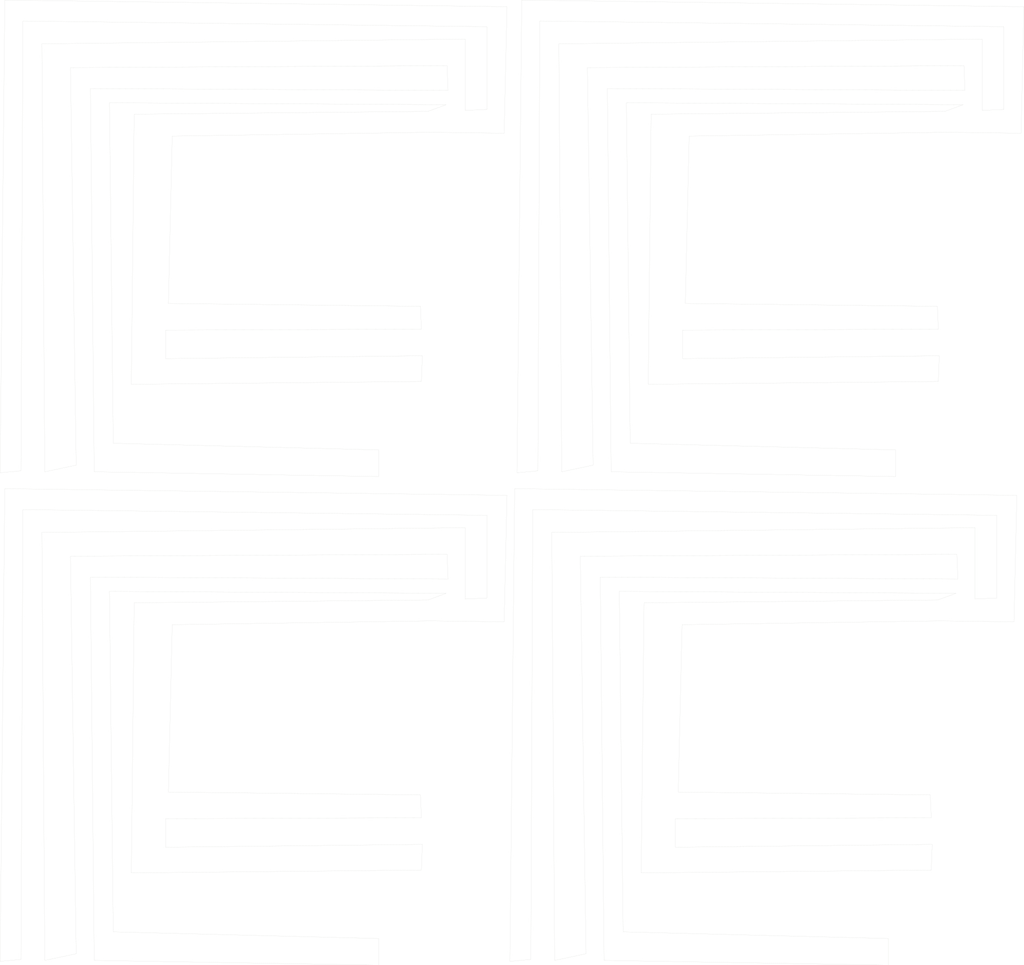
<source format=kicad_pcb>
(kicad_pcb (version 20221018) (generator pcbnew)

  (general
    (thickness 1.6)
  )

  (paper "A4")
  (layers
    (0 "F.Cu" signal)
    (31 "B.Cu" signal)
    (32 "B.Adhes" user "B.Adhesive")
    (33 "F.Adhes" user "F.Adhesive")
    (34 "B.Paste" user)
    (35 "F.Paste" user)
    (36 "B.SilkS" user "B.Silkscreen")
    (37 "F.SilkS" user "F.Silkscreen")
    (38 "B.Mask" user)
    (39 "F.Mask" user)
    (40 "Dwgs.User" user "User.Drawings")
    (41 "Cmts.User" user "User.Comments")
    (42 "Eco1.User" user "User.Eco1")
    (43 "Eco2.User" user "User.Eco2")
    (44 "Edge.Cuts" user)
    (45 "Margin" user)
    (46 "B.CrtYd" user "B.Courtyard")
    (47 "F.CrtYd" user "F.Courtyard")
    (48 "B.Fab" user)
    (49 "F.Fab" user)
    (50 "User.1" user)
    (51 "User.2" user)
    (52 "User.3" user)
    (53 "User.4" user)
    (54 "User.5" user)
    (55 "User.6" user)
    (56 "User.7" user)
    (57 "User.8" user)
    (58 "User.9" user)
  )

  (setup
    (stackup
      (layer "F.SilkS" (type "Top Silk Screen"))
      (layer "F.Paste" (type "Top Solder Paste"))
      (layer "F.Mask" (type "Top Solder Mask") (thickness 0.01))
      (layer "F.Cu" (type "copper") (thickness 0.035))
      (layer "dielectric 1" (type "core") (thickness 1.51) (material "FR4") (epsilon_r 4.5) (loss_tangent 0.02))
      (layer "B.Cu" (type "copper") (thickness 0.035))
      (layer "B.Mask" (type "Bottom Solder Mask") (thickness 0.01))
      (layer "B.Paste" (type "Bottom Solder Paste"))
      (layer "B.SilkS" (type "Bottom Silk Screen"))
      (layer "F.SilkS" (type "Top Silk Screen"))
      (layer "F.Paste" (type "Top Solder Paste"))
      (layer "F.Mask" (type "Top Solder Mask") (thickness 0.01))
      (layer "F.Cu" (type "copper") (thickness 0.035))
      (layer "dielectric 1" (type "core") (thickness 1.51) (material "FR4") (epsilon_r 4.5) (loss_tangent 0.02))
      (layer "B.Cu" (type "copper") (thickness 0.035))
      (layer "B.Mask" (type "Bottom Solder Mask") (thickness 0.01))
      (layer "B.Paste" (type "Bottom Solder Paste"))
      (layer "B.SilkS" (type "Bottom Silk Screen"))
      (layer "F.SilkS" (type "Top Silk Screen"))
      (layer "F.Paste" (type "Top Solder Paste"))
      (layer "F.Mask" (type "Top Solder Mask") (thickness 0.01))
      (layer "F.Cu" (type "copper") (thickness 0.035))
      (layer "dielectric 1" (type "core") (thickness 1.51) (material "FR4") (epsilon_r 4.5) (loss_tangent 0.02))
      (layer "B.Cu" (type "copper") (thickness 0.035))
      (layer "B.Mask" (type "Bottom Solder Mask") (thickness 0.01))
      (layer "B.Paste" (type "Bottom Solder Paste"))
      (layer "B.SilkS" (type "Bottom Silk Screen"))
      (layer "F.SilkS" (type "Top Silk Screen"))
      (layer "F.Paste" (type "Top Solder Paste"))
      (layer "F.Mask" (type "Top Solder Mask") (thickness 0.01))
      (layer "F.Cu" (type "copper") (thickness 0.035))
      (layer "dielectric 1" (type "core") (thickness 1.51) (material "FR4") (epsilon_r 4.5) (loss_tangent 0.02))
      (layer "B.Cu" (type "copper") (thickness 0.035))
      (layer "B.Mask" (type "Bottom Solder Mask") (thickness 0.01))
      (layer "B.Paste" (type "Bottom Solder Paste"))
      (layer "B.SilkS" (type "Bottom Silk Screen"))
      (copper_finish "None")
      (dielectric_constraints no)
    )
    (pad_to_mask_clearance 0)
    (pcbplotparams
      (layerselection 0x00010fc_ffffffff)
      (plot_on_all_layers_selection 0x0000000_00000000)
      (disableapertmacros false)
      (usegerberextensions false)
      (usegerberattributes true)
      (usegerberadvancedattributes true)
      (creategerberjobfile true)
      (dashed_line_dash_ratio 12.000000)
      (dashed_line_gap_ratio 3.000000)
      (svgprecision 4)
      (plotframeref false)
      (viasonmask false)
      (mode 1)
      (useauxorigin false)
      (hpglpennumber 1)
      (hpglpenspeed 20)
      (hpglpendiameter 15.000000)
      (dxfpolygonmode true)
      (dxfimperialunits true)
      (dxfusepcbnewfont true)
      (psnegative false)
      (psa4output false)
      (plotreference true)
      (plotvalue true)
      (plotinvisibletext false)
      (sketchpadsonfab false)
      (subtractmaskfromsilk false)
      (outputformat 1)
      (mirror false)
      (drillshape 1)
      (scaleselection 1)
      (outputdirectory "")
    )
  )

  (net 0 "")

  (gr_line (start 227.589937 309.39989) (end 329.999937 308.38989)
    (stroke (width 0.05) (type default)) (layer "Edge.Cuts") (tstamp 01057b9c-9ef5-4dff-9a6a-bcd8ebf42bfd))
  (gr_line (start 150.329937 126.82989) (end 59.679937 127.82989)
    (stroke (width 0.05) (type default)) (layer "Edge.Cuts") (tstamp 013f0a89-5952-4b02-baf3-8b2e983d1ecf))
  (gr_line (start 181.249937 340.62989) (end 188.639937 339.94989)
    (stroke (width 0.05) (type default)) (layer "Edge.Cuts") (tstamp 027fec43-d228-42f4-b7e8-6ab938d3410e))
  (gr_line (start 332.499937 135.88989) (end 332.829937 126.82989)
    (stroke (width 0.05) (type default)) (layer "Edge.Cuts") (tstamp 0346f5c7-f6ee-4595-8fac-b31e4edcef77))
  (gr_line (start 152.349937 213.03989) (end 48.599937 214.03989)
    (stroke (width 0.05) (type default)) (layer "Edge.Cuts") (tstamp 0acefcaf-948c-4d32-a4d9-1dffba57a33e))
  (gr_line (start 199.539937 167.78989) (end 210.619937 165.43989)
    (stroke (width 0.05) (type default)) (layer "Edge.Cuts") (tstamp 0b3deddb-6998-4979-82cf-e7c458a5a7d0))
  (gr_line (start 149.999937 135.88989) (end 150.329937 126.82989)
    (stroke (width 0.05) (type default)) (layer "Edge.Cuts") (tstamp 0dfa1e7b-8f0c-480d-a09e-d4ccc83a3ff1))
  (gr_line (start 182.929937 173.74989) (end 181.249937 340.62989)
    (stroke (width 0.05) (type default)) (layer "Edge.Cuts") (tstamp 103b1500-4727-410a-ad17-7c5f9b93c118))
  (gr_line (start 8.639937 339.94989) (end 9.309937 181.13989)
    (stroke (width 0.05) (type default)) (layer "Edge.Cuts") (tstamp 12f0b057-3b86-4cb2-b17a-275918bf32d8))
  (gr_line (start 222.369937 37.50989) (end 341.229937 38.18989)
    (stroke (width 0.05) (type default)) (layer "Edge.Cuts") (tstamp 15168e4b-87b2-4b17-87f1-1b2715e89cff))
  (gr_line (start 2.929937 1.24989) (end 1.249937 168.12989)
    (stroke (width 0.05) (type default)) (layer "Edge.Cuts") (tstamp 16191fab-dcad-4b14-b800-0c750a9f31c5))
  (gr_line (start 206.099937 197.58989) (end 339.059937 196.91989)
    (stroke (width 0.05) (type default)) (layer "Edge.Cuts") (tstamp 18b16e73-8720-4426-af11-4ce60d9adf66))
  (gr_line (start 239.679937 290.25989) (end 329.999937 289.92989)
    (stroke (width 0.05) (type default)) (layer "Edge.Cuts") (tstamp 1a9a66e8-fffd-4b1f-8778-f3f4c26c8679))
  (gr_line (start 26.099937 25.08989) (end 159.059937 24.41989)
    (stroke (width 0.05) (type default)) (layer "Edge.Cuts") (tstamp 1b9cf87c-6d1a-416c-a0ab-165aa95116e8))
  (gr_line (start 149.659937 281.86989) (end 60.679937 280.85989)
    (stroke (width 0.05) (type default)) (layer "Edge.Cuts") (tstamp 1bbe0d9b-9d68-4681-bf46-3801bca7fd4a))
  (gr_line (start 231.099937 41.53989) (end 230.089937 136.89989)
    (stroke (width 0.05) (type default)) (layer "Edge.Cuts") (tstamp 1d7052a9-1b47-4059-8e15-a469f2283ac4))
  (gr_line (start 150.329937 299.32989) (end 59.679937 300.32989)
    (stroke (width 0.05) (type default)) (layer "Edge.Cuts") (tstamp 1f0ec671-dff1-4f8e-8d29-719175762cb0))
  (gr_line (start 239.679937 300.32989) (end 239.679937 290.25989)
    (stroke (width 0.05) (type default)) (layer "Edge.Cuts") (tstamp 1f14c0fd-356d-4dee-83fa-09e57bee1938))
  (gr_line (start 180.219937 176.09989) (end 2.929937 173.74989)
    (stroke (width 0.05) (type default)) (layer "Edge.Cuts") (tstamp 1f85b2ac-404f-419a-a1df-46834b19a431))
  (gr_line (start 335.519937 47.91989) (end 361.709937 48.25989)
    (stroke (width 0.05) (type default)) (layer "Edge.Cuts") (tstamp 213085f9-282f-4fdd-a4a9-47852fbf87ba))
  (gr_line (start 173.159937 183.14989) (end 173.159937 212.35989)
    (stroke (width 0.05) (type default)) (layer "Edge.Cuts") (tstamp 21720677-a475-45ff-a8ef-1c4371630373))
  (gr_line (start 165.439937 187.51989) (end 16.029937 189.19989)
    (stroke (width 0.05) (type default)) (layer "Edge.Cuts") (tstamp 21ddd869-dd06-4765-9b32-4ef042976cec))
  (gr_line (start 8.639937 167.44989) (end 9.309937 8.63989)
    (stroke (width 0.05) (type default)) (layer "Edge.Cuts") (tstamp 2396b9e9-c470-4acc-a675-096ae48b4413))
  (gr_line (start 338.729937 210.68989) (end 332.349937 213.03989)
    (stroke (width 0.05) (type default)) (layer "Edge.Cuts") (tstamp 240ee5e3-859c-4328-a3e1-d1c768ff280c))
  (gr_line (start 230.089937 136.89989) (end 332.499937 135.88989)
    (stroke (width 0.05) (type default)) (layer "Edge.Cuts") (tstamp 2d27964d-b498-45f2-b4fd-7ed7a992b320))
  (gr_line (start 134.889937 332.56989) (end 41.209937 330.21989)
    (stroke (width 0.05) (type default)) (layer "Edge.Cuts") (tstamp 2ff8371c-dffc-4364-8220-e92c5659b81a))
  (gr_line (start 242.179937 117.75989) (end 332.499937 117.42989)
    (stroke (width 0.05) (type default)) (layer "Edge.Cuts") (tstamp 34e61098-c941-4618-85cd-6aa070392449))
  (gr_line (start 189.309937 181.13989) (end 353.159937 183.14989)
    (stroke (width 0.05) (type default)) (layer "Edge.Cuts") (tstamp 353dc94f-fdb0-4d6a-9022-dc4de3705149))
  (gr_line (start 353.159937 212.35989) (end 345.439937 212.69989)
    (stroke (width 0.05) (type default)) (layer "Edge.Cuts") (tstamp 36b06992-92c4-4537-a8d7-8e0d6485c974))
  (gr_line (start 16.029937 16.69989) (end 17.039937 167.78989)
    (stroke (width 0.05) (type default)) (layer "Edge.Cuts") (tstamp 39980aee-2828-4a48-aa1b-d6bb98473da5))
  (gr_line (start 59.679937 300.32989) (end 59.679937 290.25989)
    (stroke (width 0.05) (type default)) (layer "Edge.Cuts") (tstamp 3a742392-f2b1-476f-af70-54a1aeae39b3))
  (gr_line (start 28.119937 165.43989) (end 26.099937 25.08989)
    (stroke (width 0.05) (type default)) (layer "Edge.Cuts") (tstamp 3e7436b1-09a1-4d91-bd27-c03e8cbeed32))
  (gr_line (start 314.889937 341.96989) (end 314.889937 332.56989)
    (stroke (width 0.05) (type default)) (layer "Edge.Cuts") (tstamp 401679b0-6640-4910-9e2e-7e24b40b1e93))
  (gr_line (start 149.999937 289.92989) (end 149.659937 281.86989)
    (stroke (width 0.05) (type default)) (layer "Edge.Cuts") (tstamp 4234ace1-7fad-4faa-9072-a6e91130e5c7))
  (gr_line (start 242.179937 127.82989) (end 242.179937 117.75989)
    (stroke (width 0.05) (type default)) (layer "Edge.Cuts") (tstamp 42870386-c598-4dea-83cc-af484d8573f6))
  (gr_line (start 360.219937 176.09989) (end 182.929937 173.74989)
    (stroke (width 0.05) (type default)) (layer "Edge.Cuts") (tstamp 434be1e9-f5a9-4665-82af-527b0a26d139))
  (gr_line (start 213.149937 204.97989) (end 214.489937 340.28989)
    (stroke (width 0.05) (type default)) (layer "Edge.Cuts") (tstamp 43ab382d-17c0-4318-8791-5031e4fe86d8))
  (gr_line (start 339.059937 196.91989) (end 339.399937 205.64989)
    (stroke (width 0.05) (type default)) (layer "Edge.Cuts") (tstamp 43c43cc8-ee09-41ab-9272-48e1e10adbdb))
  (gr_line (start 16.029937 189.19989) (end 17.039937 340.28989)
    (stroke (width 0.05) (type default)) (layer "Edge.Cuts") (tstamp 4652d4c2-c705-4dd4-b95d-1605124634a5))
  (gr_line (start 149.999937 308.38989) (end 150.329937 299.32989)
    (stroke (width 0.05) (type default)) (layer "Edge.Cuts") (tstamp 46c1168f-4db6-46c2-9ecb-2016c01181cd))
  (gr_line (start 223.709937 157.71989) (end 222.369937 37.50989)
    (stroke (width 0.05) (type default)) (layer "Edge.Cuts") (tstamp 475f8ad9-790d-4cf6-a7cc-b872cf73a672))
  (gr_line (start 329.999937 289.92989) (end 329.659937 281.86989)
    (stroke (width 0.05) (type default)) (layer "Edge.Cuts") (tstamp 4cf77b03-009e-4b57-ab24-06e5324c5c36))
  (gr_line (start 153.019937 47.91989) (end 179.209937 48.25989)
    (stroke (width 0.05) (type default)) (layer "Edge.Cuts") (tstamp 4da7abdc-f136-430e-a1fb-6ed0abf85ff8))
  (gr_line (start 228.599937 214.03989) (end 227.589937 309.39989)
    (stroke (width 0.05) (type default)) (layer "Edge.Cuts") (tstamp 508ca254-97f4-4c9c-8572-d5bc4eaef416))
  (gr_line (start 158.729937 210.68989) (end 152.349937 213.03989)
    (stroke (width 0.05) (type default)) (layer "Edge.Cuts") (tstamp 50e447ca-c68d-405d-94dc-9e597dd215ea))
  (gr_line (start 317.389937 160.06989) (end 223.709937 157.71989)
    (stroke (width 0.05) (type default)) (layer "Edge.Cuts") (tstamp 518b03b3-ae59-4f26-ab4f-edc694b1662b))
  (gr_line (start 361.709937 48.25989) (end 362.719937 3.59989)
    (stroke (width 0.05) (type default)) (layer "Edge.Cuts") (tstamp 53ec29da-3da2-4b98-8c70-e12fe73a134a))
  (gr_line (start 243.179937 108.35989) (end 244.529937 49.26989)
    (stroke (width 0.05) (type default)) (layer "Edge.Cuts") (tstamp 5881079e-1f31-41ca-857b-1db339904008))
  (gr_line (start 17.039937 340.28989) (end 28.119937 337.93989)
    (stroke (width 0.05) (type default)) (layer "Edge.Cuts") (tstamp 5c6007bf-91e5-4aed-8e80-9a01f4e624df))
  (gr_line (start 59.679937 127.82989) (end 59.679937 117.75989)
    (stroke (width 0.05) (type default)) (layer "Edge.Cuts") (tstamp 5d891903-d5f8-4ba5-9d31-4ff501a1a6e0))
  (gr_line (start 28.119937 337.93989) (end 26.099937 197.58989)
    (stroke (width 0.05) (type default)) (layer "Edge.Cuts") (tstamp 5dac9682-3f56-4b57-9223-8ba3259fa9cd))
  (gr_line (start 214.489937 340.28989) (end 314.889937 341.96989)
    (stroke (width 0.05) (type default)) (layer "Edge.Cuts") (tstamp 6007ccb5-4e0c-4de2-842d-959f415b135b))
  (gr_line (start 134.889937 341.96989) (end 134.889937 332.56989)
    (stroke (width 0.05) (type default)) (layer "Edge.Cuts") (tstamp 652dc023-fef1-48ed-bf78-91f2b8e4ae5c))
  (gr_line (start 47.589937 309.39989) (end 149.999937 308.38989)
    (stroke (width 0.05) (type default)) (layer "Edge.Cuts") (tstamp 68be5268-1246-4c69-ab4e-ecfcdc0bb6e9))
  (gr_line (start 47.589937 136.89989) (end 149.999937 135.88989)
    (stroke (width 0.05) (type default)) (layer "Edge.Cuts") (tstamp 6b57bf6b-a3ac-456e-9e78-2307cfcde4b8))
  (gr_line (start 333.019937 220.41989) (end 359.209937 220.75989)
    (stroke (width 0.05) (type default)) (layer "Edge.Cuts") (tstamp 6c035261-5dad-45a9-971c-6423924507a7))
  (gr_line (start 334.849937 40.53989) (end 231.099937 41.53989)
    (stroke (width 0.05) (type default)) (layer "Edge.Cuts") (tstamp 6d227e9e-fbb1-4a2a-98d3-1d035a8ce733))
  (gr_line (start 48.599937 41.53989) (end 47.589937 136.89989)
    (stroke (width 0.05) (type default)) (layer "Edge.Cuts") (tstamp 6ea209a0-0d28-42e1-8924-9ee09216b70e))
  (gr_line (start 165.439937 40.19989) (end 165.439937 15.01989)
    (stroke (width 0.05) (type default)) (layer "Edge.Cuts") (tstamp 6ec246f2-a398-48aa-b34f-6335ad005038))
  (gr_line (start 180.219937 3.59989) (end 2.929937 1.24989)
    (stroke (width 0.05) (type default)) (layer "Edge.Cuts") (tstamp 6fc4e072-ef73-43bb-a5bc-ca7983e4e760))
  (gr_line (start 329.659937 281.86989) (end 240.679937 280.85989)
    (stroke (width 0.05) (type default)) (layer "Edge.Cuts") (tstamp 73ca992c-c3b5-4476-bba6-6bea564e82a8))
  (gr_line (start 242.029937 221.76989) (end 333.019937 220.41989)
    (stroke (width 0.05) (type default)) (layer "Edge.Cuts") (tstamp 7564fceb-fd7c-4a65-8c9f-5b5c6c137931))
  (gr_line (start 134.889937 160.06989) (end 41.209937 157.71989)
    (stroke (width 0.05) (type default)) (layer "Edge.Cuts") (tstamp 75f01a73-b49f-4fa2-9bb3-158edae0b2a0))
  (gr_line (start 2.929937 173.74989) (end 1.249937 340.62989)
    (stroke (width 0.05) (type default)) (layer "Edge.Cuts") (tstamp 766c4999-fbc4-4972-87c9-a69ea20fd288))
  (gr_line (start 9.309937 8.63989) (end 173.159937 10.64989)
    (stroke (width 0.05) (type default)) (layer "Edge.Cuts") (tstamp 77127d5f-47bc-4af9-9d2a-4c71990ca13d))
  (gr_line (start 359.209937 220.75989) (end 360.219937 176.09989)
    (stroke (width 0.05) (type default)) (layer "Edge.Cuts") (tstamp 77922dcc-68a4-46db-be81-c028c4ffb1ef))
  (gr_line (start 339.399937 205.64989) (end 213.149937 204.97989)
    (stroke (width 0.05) (type default)) (layer "Edge.Cuts") (tstamp 7ae89892-e4a2-4129-b25c-03fa64075f38))
  (gr_line (start 332.829937 126.82989) (end 242.179937 127.82989)
    (stroke (width 0.05) (type default)) (layer "Edge.Cuts") (tstamp 7b094b5d-53b1-4808-991c-99a1ee1f8577))
  (gr_line (start 48.599937 214.03989) (end 47.589937 309.39989)
    (stroke (width 0.05) (type default)) (layer "Edge.Cuts") (tstamp 7c1ab37d-7dcf-4274-b021-f41bbbffb2c5))
  (gr_line (start 153.019937 220.41989) (end 179.209937 220.75989)
    (stroke (width 0.05) (type default)) (layer "Edge.Cuts") (tstamp 80f0dde8-8f2a-4f04-b93f-52f8bafa376e))
  (gr_line (start 165.439937 15.01989) (end 16.029937 16.69989)
    (stroke (width 0.05) (type default)) (layer "Edge.Cuts") (tstamp 8335c5af-f247-4d1f-8bb1-f5abfe3a0618))
  (gr_line (start 173.159937 10.64989) (end 173.159937 39.85989)
    (stroke (width 0.05) (type default)) (layer "Edge.Cuts") (tstamp 85534a49-df88-44fb-ba52-50b98c02ec26))
  (gr_line (start 341.229937 38.18989) (end 334.849937 40.53989)
    (stroke (width 0.05) (type default)) (layer "Edge.Cuts") (tstamp 86a420bb-af93-4043-b942-37afed8bd70c))
  (gr_line (start 159.059937 24.41989) (end 159.399937 33.14989)
    (stroke (width 0.05) (type default)) (layer "Edge.Cuts") (tstamp 88b60be0-c389-4f82-8f77-4b17cdd5d85a))
  (gr_line (start 191.139937 167.44989) (end 191.809937 8.63989)
    (stroke (width 0.05) (type default)) (layer "Edge.Cuts") (tstamp 8ab77c07-7f69-405e-b12c-5d31b3e629c5))
  (gr_line (start 34.489937 167.78989) (end 134.889937 169.46989)
    (stroke (width 0.05) (type default)) (layer "Edge.Cuts") (tstamp 8b93ab7b-4d98-4f6f-8216-ad321e769b46))
  (gr_line (start 41.209937 157.71989) (end 39.869937 37.50989)
    (stroke (width 0.05) (type default)) (layer "Edge.Cuts") (tstamp 8cb160fc-2c56-4f88-9f1c-fd2d8d63c64a))
  (gr_line (start 62.029937 49.26989) (end 153.019937 47.91989)
    (stroke (width 0.05) (type default)) (layer "Edge.Cuts") (tstamp 8e6de2d7-59ed-4fd7-9c11-98f07fbe51c2))
  (gr_line (start 362.719937 3.59989) (end 185.429937 1.24989)
    (stroke (width 0.05) (type default)) (layer "Edge.Cuts") (tstamp 90811add-3050-4b9c-b473-d914cdfe7252))
  (gr_line (start 345.439937 187.51989) (end 196.029937 189.19989)
    (stroke (width 0.05) (type default)) (layer "Edge.Cuts") (tstamp 913713f7-2e27-4658-8317-c43dc8d8b134))
  (gr_line (start 1.249937 340.62989) (end 8.639937 339.94989)
    (stroke (width 0.05) (type default)) (layer "Edge.Cuts") (tstamp 956c025c-b7c4-45fc-b887-14ec323f834c))
  (gr_line (start 173.159937 212.35989) (end 165.439937 212.69989)
    (stroke (width 0.05) (type default)) (layer "Edge.Cuts") (tstamp 967b87ca-a0c7-40c5-b8f5-b093ea38fd7c))
  (gr_line (start 330.329937 299.32989) (end 239.679937 300.32989)
    (stroke (width 0.05) (type default)) (layer "Edge.Cuts") (tstamp 96fcf5fd-a8d8-478e-9207-582be1ffb212))
  (gr_line (start 208.119937 337.93989) (end 206.099937 197.58989)
    (stroke (width 0.05) (type default)) (layer "Edge.Cuts") (tstamp 9a2160ca-cd8f-4ee8-a7a3-d2152772163a))
  (gr_line (start 332.499937 117.42989) (end 332.159937 109.36989)
    (stroke (width 0.05) (type default)) (layer "Edge.Cuts") (tstamp 9c24b303-9b0d-486c-a30f-0cabd80bb19d))
  (gr_line (start 341.899937 33.14989) (end 215.649937 32.47989)
    (stroke (width 0.05) (type default)) (layer "Edge.Cuts") (tstamp 9c791bf8-e617-406b-ada3-b3b9c1d13e09))
  (gr_line (start 9.309937 181.13989) (end 173.159937 183.14989)
    (stroke (width 0.05) (type default)) (layer "Edge.Cuts") (tstamp 9c8c0b95-94aa-422d-8cb6-3e280aa99b1c))
  (gr_line (start 329.999937 308.38989) (end 330.329937 299.32989)
    (stroke (width 0.05) (type default)) (layer "Edge.Cuts") (tstamp 9cbc2664-edbe-46a4-9a5e-c10b7835d8e0))
  (gr_line (start 332.349937 213.03989) (end 228.599937 214.03989)
    (stroke (width 0.05) (type default)) (layer "Edge.Cuts") (tstamp 9f9da6f7-b5b0-48bd-b3e4-0773e2e9d4d7))
  (gr_line (start 347.939937 40.19989) (end 347.939937 15.01989)
    (stroke (width 0.05) (type default)) (layer "Edge.Cuts") (tstamp a500f8d7-e3e9-4d92-a873-e350f5f098b0))
  (gr_line (start 159.059937 196.91989) (end 159.399937 205.64989)
    (stroke (width 0.05) (type default)) (layer "Edge.Cuts") (tstamp a700aa91-142b-444b-9c02-177ffd663672))
  (gr_line (start 332.159937 109.36989) (end 243.179937 108.35989)
    (stroke (width 0.05) (type default)) (layer "Edge.Cuts") (tstamp a81ef295-f9f5-42a0-a846-92cb1db175f0))
  (gr_line (start 17.039937 167.78989) (end 28.119937 165.43989)
    (stroke (width 0.05) (type default)) (layer "Edge.Cuts") (tstamp aa919c31-a5fc-43cc-b275-61ea8dd49680))
  (gr_line (start 221.209937 330.21989) (end 219.869937 210.00989)
    (stroke (width 0.05) (type default)) (layer "Edge.Cuts") (tstamp ac6033fb-2bc7-4bc1-8d6f-26ad07078b50))
  (gr_line (start 197.039937 340.28989) (end 208.119937 337.93989)
    (stroke (width 0.05) (type default)) (layer "Edge.Cuts") (tstamp ae967284-b041-466c-91f3-982ce3084d4f))
  (gr_line (start 39.869937 37.50989) (end 158.729937 38.18989)
    (stroke (width 0.05) (type default)) (layer "Edge.Cuts") (tstamp af980a76-5387-4ccb-95d0-00dbb02ee043))
  (gr_line (start 179.209937 220.75989) (end 180.219937 176.09989)
    (stroke (width 0.05) (type default)) (layer "Edge.Cuts") (tstamp b043838a-e173-4fd4-a981-8d316351f45a))
  (gr_line (start 355.659937 10.64989) (end 355.659937 39.85989)
    (stroke (width 0.05) (type default)) (layer "Edge.Cuts") (tstamp b2b1abe4-8c5a-417a-a3c7-d2546b405c56))
  (gr_line (start 216.989937 167.78989) (end 317.389937 169.46989)
    (stroke (width 0.05) (type default)) (layer "Edge.Cuts") (tstamp baf0e55f-9009-44db-868b-43585084969a))
  (gr_line (start 60.679937 280.85989) (end 62.029937 221.76989)
    (stroke (width 0.05) (type default)) (layer "Edge.Cuts") (tstamp bb9adc26-01fb-4387-90aa-612f9b97722d))
  (gr_line (start 39.869937 210.00989) (end 158.729937 210.68989)
    (stroke (width 0.05) (type default)) (layer "Edge.Cuts") (tstamp bbeb26c6-3d51-430d-881d-31b5227c09c6))
  (gr_line (start 179.209937 48.25989) (end 180.219937 3.59989)
    (stroke (width 0.05) (type default)) (layer "Edge.Cuts") (tstamp be0ea1f3-24f1-4fb5-8601-6b2a790ca594))
  (gr_line (start 347.939937 15.01989) (end 198.529937 16.69989)
    (stroke (width 0.05) (type default)) (layer "Edge.Cuts") (tstamp c062a433-c5c0-416e-bc28-7fb540e28f94))
  (gr_line (start 26.099937 197.58989) (end 159.059937 196.91989)
    (stroke (width 0.05) (type default)) (layer "Edge.Cuts") (tstamp c0f0e7c0-05cf-48f1-afd6-a1abb47e3790))
  (gr_line (start 210.619937 165.43989) (end 208.599937 25.08989)
    (stroke (width 0.05) (type default)) (layer "Edge.Cuts") (tstamp c1f685a4-949c-4f53-b0da-91473dc57379))
  (gr_line (start 188.639937 339.94989) (end 189.309937 181.13989)
    (stroke (width 0.05) (type default)) (layer "Edge.Cuts") (tstamp c73eb16f-23af-42c6-b9e4-cdb8ec8c6ef5))
  (gr_line (start 60.679937 108.35989) (end 62.029937 49.26989)
    (stroke (width 0.05) (type default)) (layer "Edge.Cuts") (tstamp ca82f638-b090-4207-b2d6-d90e922d2a09))
  (gr_line (start 314.889937 332.56989) (end 221.209937 330.21989)
    (stroke (width 0.05) (type default)) (layer "Edge.Cuts") (tstamp cab3600f-68ac-435e-9d14-7bc86a97861c))
  (gr_line (start 219.869937 210.00989) (end 338.729937 210.68989)
    (stroke (width 0.05) (type default)) (layer "Edge.Cuts") (tstamp d12a830f-5058-4a87-9ac5-ca6df1825b52))
  (gr_line (start 185.429937 1.24989) (end 183.749937 168.12989)
    (stroke (width 0.05) (type default)) (layer "Edge.Cuts") (tstamp d17adbfd-238e-4f3b-a3c4-8b30e09e8cb3))
  (gr_line (start 159.399937 205.64989) (end 33.149937 204.97989)
    (stroke (width 0.05) (type default)) (layer "Edge.Cuts") (tstamp d2597d22-c3f2-4e0d-b6e8-ea8a4f0f8d3f))
  (gr_line (start 149.659937 109.36989) (end 60.679937 108.35989)
    (stroke (width 0.05) (type default)) (layer "Edge.Cuts") (tstamp d2e86537-9e73-445c-96d3-d4659dfb2339))
  (gr_line (start 196.029937 189.19989) (end 197.039937 340.28989)
    (stroke (width 0.05) (type default)) (layer "Edge.Cuts") (tstamp d5262a37-690c-491f-acd5-3c93b0a886bc))
  (gr_line (start 317.389937 169.46989) (end 317.389937 160.06989)
    (stroke (width 0.05) (type default)) (layer "Edge.Cuts") (tstamp d8716b73-7cd5-4110-aa52-bae1141591a5))
  (gr_line (start 159.399937 33.14989) (end 33.149937 32.47989)
    (stroke (width 0.05) (type default)) (layer "Edge.Cuts") (tstamp d875c072-af10-4a83-ae70-cbafcc7b4fe5))
  (gr_line (start 41.209937 330.21989) (end 39.869937 210.00989)
    (stroke (width 0.05) (type default)) (layer "Edge.Cuts") (tstamp d87a5f66-cddf-4dd1-a1de-4899fb4328c6))
  (gr_line (start 33.149937 32.47989) (end 34.489937 167.78989)
    (stroke (width 0.05) (type default)) (layer "Edge.Cuts") (tstamp d8b8d8dc-b682-43b1-8dc9-59dd3757f8bc))
  (gr_line (start 59.679937 117.75989) (end 149.999937 117.42989)
    (stroke (width 0.05) (type default)) (layer "Edge.Cuts") (tstamp d98a3317-0be2-4069-883c-8490c327dd98))
  (gr_line (start 173.159937 39.85989) (end 165.439937 40.19989)
    (stroke (width 0.05) (type default)) (layer "Edge.Cuts") (tstamp dcae70b2-7d31-41cb-a0db-b36b1ba05b1b))
  (gr_line (start 33.149937 204.97989) (end 34.489937 340.28989)
    (stroke (width 0.05) (type default)) (layer "Edge.Cuts") (tstamp dcd8fce2-7b34-4406-b778-495c319ddc91))
  (gr_line (start 345.439937 212.69989) (end 345.439937 187.51989)
    (stroke (width 0.05) (type default)) (layer "Edge.Cuts") (tstamp dd54b5ae-258f-4333-a700-b9e50ad008ce))
  (gr_line (start 59.679937 290.25989) (end 149.999937 289.92989)
    (stroke (width 0.05) (type default)) (layer "Edge.Cuts") (tstamp e0b67baf-9e97-4878-8b7c-a42434afd37b))
  (gr_line (start 355.659937 39.85989) (end 347.939937 40.19989)
    (stroke (width 0.05) (type default)) (layer "Edge.Cuts") (tstamp e2099046-602c-46db-b994-0f8692b4517e))
  (gr_line (start 62.029937 221.76989) (end 153.019937 220.41989)
    (stroke (width 0.05) (type default)) (layer "Edge.Cuts") (tstamp e4e40a1b-f09e-4e3e-aa35-915b322710f8))
  (gr_line (start 198.529937 16.69989) (end 199.539937 167.78989)
    (stroke (width 0.05) (type default)) (layer "Edge.Cuts") (tstamp e4f9c695-e3e2-4503-9fe6-b7591df37969))
  (gr_line (start 1.249937 168.12989) (end 8.639937 167.44989)
    (stroke (width 0.05) (type default)) (layer "Edge.Cuts") (tstamp e6e37508-7f0c-4959-9e0b-fc743bdef5b2))
  (gr_line (start 244.529937 49.26989) (end 335.519937 47.91989)
    (stroke (width 0.05) (type default)) (layer "Edge.Cuts") (tstamp e7735a72-a810-4d48-bcd0-11e8c586000d))
  (gr_line (start 158.729937 38.18989) (end 152.349937 40.53989)
    (stroke (width 0.05) (type default)) (layer "Edge.Cuts") (tstamp eca4904d-b6f3-4a1f-be4d-fa5a13864708))
  (gr_line (start 191.809937 8.63989) (end 355.659937 10.64989)
    (stroke (width 0.05) (type default)) (layer "Edge.Cuts") (tstamp ed44e0a4-0bf0-447f-9b43-afb09ca43bf5))
  (gr_line (start 149.999937 117.42989) (end 149.659937 109.36989)
    (stroke (width 0.05) (type default)) (layer "Edge.Cuts") (tstamp f01f3829-217d-4c9f-a9f4-ae2494f54b87))
  (gr_line (start 34.489937 340.28989) (end 134.889937 341.96989)
    (stroke (width 0.05) (type default)) (layer "Edge.Cuts") (tstamp f4ca381f-6778-460c-ac1c-94beb54962a0))
  (gr_line (start 341.559937 24.41989) (end 341.899937 33.14989)
    (stroke (width 0.05) (type default)) (layer "Edge.Cuts") (tstamp f68d47f2-c423-4cf2-a7b1-2c98a581d7f4))
  (gr_line (start 165.439937 212.69989) (end 165.439937 187.51989)
    (stroke (width 0.05) (type default)) (layer "Edge.Cuts") (tstamp f948a2b9-630c-4243-8e67-a55265ba4047))
  (gr_line (start 183.749937 168.12989) (end 191.139937 167.44989)
    (stroke (width 0.05) (type default)) (layer "Edge.Cuts") (tstamp f9686444-79c9-4508-8a15-9404454b760c))
  (gr_line (start 134.889937 169.46989) (end 134.889937 160.06989)
    (stroke (width 0.05) (type default)) (layer "Edge.Cuts") (tstamp fb39a912-c56c-48ed-af3a-20f0d17e648c))
  (gr_line (start 353.159937 183.14989) (end 353.159937 212.35989)
    (stroke (width 0.05) (type default)) (layer "Edge.Cuts") (tstamp fc50e99d-29b0-48d6-a69d-26a8b3a2b798))
  (gr_line (start 152.349937 40.53989) (end 48.599937 41.53989)
    (stroke (width 0.05) (type default)) (layer "Edge.Cuts") (tstamp fcd10390-ddd0-4872-8136-696ac095efae))
  (gr_line (start 208.599937 25.08989) (end 341.559937 24.41989)
    (stroke (width 0.05) (type default)) (layer "Edge.Cuts") (tstamp fcecbdb0-73ae-4198-804b-150b12888403))
  (gr_line (start 215.649937 32.47989) (end 216.989937 167.78989)
    (stroke (width 0.05) (type default)) (layer "Edge.Cuts") (tstamp fe0dc481-36f7-4dcc-b063-ffef92934354))
  (gr_line (start 240.679937 280.85989) (end 242.029937 221.76989)
    (stroke (width 0.05) (type default)) (layer "Edge.Cuts") (tstamp fed3073c-9b31-44e5-9499-4ce5c0706065))

)

</source>
